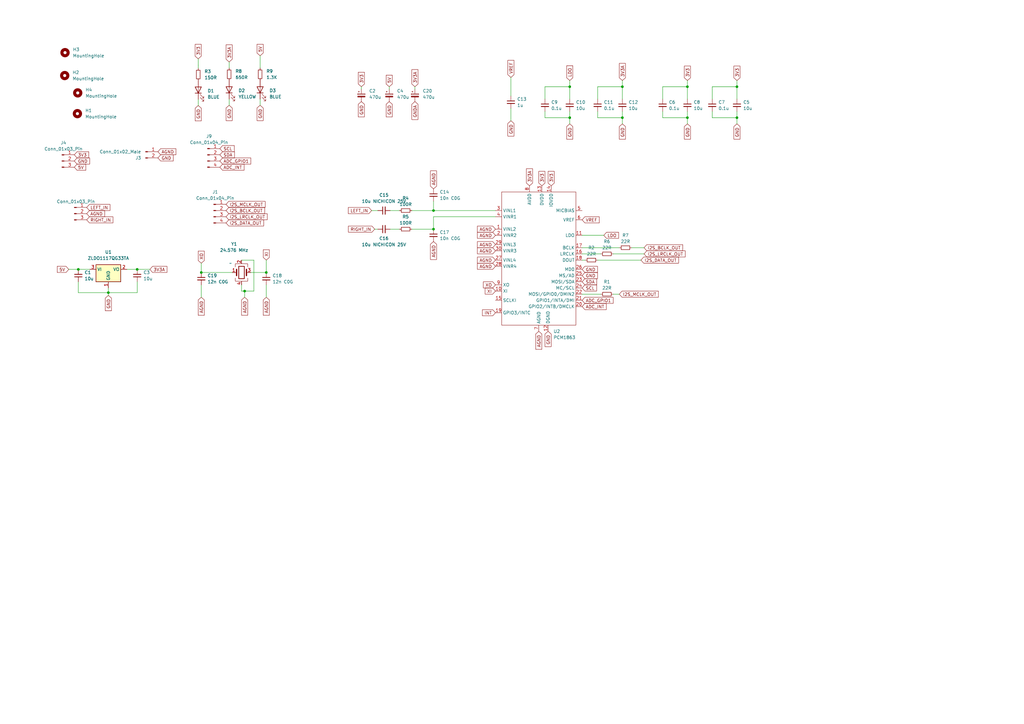
<source format=kicad_sch>
(kicad_sch (version 20231120) (generator "eeschema") (generator_version "8.0")
  (paper "A3")
  (lib_symbols
    (symbol "Connector:Conn_01x02_Male" (pin_names (offset 1.016) hide)
      (property "Reference" "J" (at 0 2.54 0))
      (property "Value" "Conn_01x02_Male" (at 0 -5.08 0))
      (symbol "Conn_01x02_Male_1_1"
        (polyline (pts (xy 1.27 -2.54) (xy 0.8636 -2.54)) (stroke (width 0.1524)))
        (polyline (pts (xy 1.27 0) (xy 0.8636 0)) (stroke (width 0.1524)))
        (rectangle (start 0.8636 -2.413) (end 0 -2.667) (stroke (width 0.1524)) (fill (type outline)))
        (rectangle (start 0.8636 0.127) (end 0 -0.127) (stroke (width 0.1524)) (fill (type outline)))
        (pin passive line (at 5.08 0 180) (length 3.81) (name "Pin_1") (number "1"))
        (pin passive line (at 5.08 -2.54 180) (length 3.81) (name "Pin_2") (number "2"))
      )
    )
    (symbol "Connector:Conn_01x03_Pin" (pin_names (offset 1.016) hide)
      (property "Reference" "J" (at 0 5.08 0))
      (property "Value" "Conn_01x03_Pin" (at 0 -5.08 0))
      (symbol "Conn_01x03_Pin_1_1"
        (polyline (pts (xy 1.27 -2.54) (xy 0.8636 -2.54)) (stroke (width 0.1524)))
        (polyline (pts (xy 1.27 0) (xy 0.8636 0)) (stroke (width 0.1524)))
        (polyline (pts (xy 1.27 2.54) (xy 0.8636 2.54)) (stroke (width 0.1524)))
        (rectangle (start 0.8636 -2.413) (end 0 -2.667) (stroke (width 0.1524)) (fill (type outline)))
        (rectangle (start 0.8636 0.127) (end 0 -0.127) (stroke (width 0.1524)) (fill (type outline)))
        (rectangle (start 0.8636 2.667) (end 0 2.413) (stroke (width 0.1524)) (fill (type outline)))
        (pin passive line (at 5.08 2.54 180) (length 3.81) (name "Pin_1") (number "1"))
        (pin passive line (at 5.08 0 180) (length 3.81) (name "Pin_2") (number "2"))
        (pin passive line (at 5.08 -2.54 180) (length 3.81) (name "Pin_3") (number "3"))
      )
    )
    (symbol "Connector:Conn_01x04_Pin" (pin_names (offset 1.016) hide)
      (property "Reference" "J" (at 0 5.08 0))
      (property "Value" "Conn_01x04_Pin" (at 0 -7.62 0))
      (symbol "Conn_01x04_Pin_1_1"
        (polyline (pts (xy 1.27 -5.08) (xy 0.8636 -5.08)) (stroke (width 0.1524)))
        (polyline (pts (xy 1.27 -2.54) (xy 0.8636 -2.54)) (stroke (width 0.1524)))
        (polyline (pts (xy 1.27 0) (xy 0.8636 0)) (stroke (width 0.1524)))
        (polyline (pts (xy 1.27 2.54) (xy 0.8636 2.54)) (stroke (width 0.1524)))
        (rectangle (start 0.8636 -4.953) (end 0 -5.207) (stroke (width 0.1524)) (fill (type outline)))
        (rectangle (start 0.8636 -2.413) (end 0 -2.667) (stroke (width 0.1524)) (fill (type outline)))
        (rectangle (start 0.8636 0.127) (end 0 -0.127) (stroke (width 0.1524)) (fill (type outline)))
        (rectangle (start 0.8636 2.667) (end 0 2.413) (stroke (width 0.1524)) (fill (type outline)))
        (pin passive line (at 5.08 2.54 180) (length 3.81) (name "Pin_1") (number "1"))
        (pin passive line (at 5.08 0 180) (length 3.81) (name "Pin_2") (number "2"))
        (pin passive line (at 5.08 -2.54 180) (length 3.81) (name "Pin_3") (number "3"))
        (pin passive line (at 5.08 -5.08 180) (length 3.81) (name "Pin_4") (number "4"))
      )
    )
    (symbol "Custom:PCM1863"
      (property "Reference" "U" (at 0 0 0))
      (property "Value" "PCM1863" (at 0.254 2.794 0))
      (symbol "PCM1863_0_1"
        (rectangle (start -17.78 67.31) (end 12.7 12.7))
      )
      (symbol "PCM1863_1_1"
        (pin input line (at -20.32 52.07 0) (length 2.54) (name "VINL2") (number "1"))
        (pin input line (at -20.32 26.67 0) (length 2.54) (name "XI") (number "10"))
        (pin input line (at 15.24 49.53 180) (length 2.54) (name "LDO") (number "11"))
        (pin input line (at 1.27 10.16 90) (length 2.54) (name "DGND") (number "12"))
        (pin input line (at -1.27 69.85 270) (length 2.54) (name "DVDD") (number "13"))
        (pin input line (at 2.54 69.85 270) (length 2.54) (name "IOVDD") (number "14"))
        (pin input line (at -20.32 22.86 0) (length 2.54) (name "SCLKI") (number "15"))
        (pin input line (at 15.24 41.91 180) (length 2.54) (name "LRCLK") (number "16"))
        (pin input line (at 15.24 44.45 180) (length 2.54) (name "BCLK") (number "17"))
        (pin input line (at 15.24 39.37 180) (length 2.54) (name "DOUT") (number "18"))
        (pin input line (at -20.32 17.78 0) (length 2.54) (name "GPIO3/INTC") (number "19"))
        (pin input line (at -20.32 49.53 0) (length 2.54) (name "VINR2") (number "2"))
        (pin input line (at 15.24 20.32 180) (length 2.54) (name "GPIO2/INTB/DMCLK") (number "20"))
        (pin input line (at 15.24 22.86 180) (length 2.54) (name "GPIO1/INTA/DMI") (number "21"))
        (pin input line (at 15.24 25.4 180) (length 2.54) (name "MOSI/GPIO0/DMIN2") (number "22"))
        (pin input line (at 15.24 30.48 180) (length 2.54) (name "MOSI/SDA") (number "23"))
        (pin input line (at 15.24 27.94 180) (length 2.54) (name "MC/SCL") (number "24"))
        (pin input line (at 15.24 33.02 180) (length 2.54) (name "MS/AD") (number "25"))
        (pin input line (at 15.24 35.56 180) (length 2.54) (name "MD0") (number "26"))
        (pin input line (at -20.32 39.37 0) (length 2.54) (name "VINL4") (number "27"))
        (pin input line (at -20.32 36.83 0) (length 2.54) (name "VINR4") (number "28"))
        (pin input line (at -20.32 45.72 0) (length 2.54) (name "VINL3") (number "29"))
        (pin input line (at -20.32 59.69 0) (length 2.54) (name "VINL1") (number "3"))
        (pin input line (at -20.32 43.18 0) (length 2.54) (name "VINR3") (number "30"))
        (pin input line (at -20.32 57.15 0) (length 2.54) (name "VINR1") (number "4"))
        (pin input line (at 15.24 59.69 180) (length 2.54) (name "MICBIAS") (number "5"))
        (pin input line (at 15.24 55.88 180) (length 2.54) (name "VREF") (number "6"))
        (pin input line (at -2.54 10.16 90) (length 2.54) (name "AGND") (number "7"))
        (pin input line (at -6.35 69.85 270) (length 2.54) (name "AVDD") (number "8"))
        (pin input line (at -20.32 29.21 0) (length 2.54) (name "XO") (number "9"))
      )
    )
    (symbol "Custom:PCM1865"
      (property "Reference" "U" (at 0 0 0))
    )
    (symbol "Device:C_Polarized_Small" (pin_numbers hide) (pin_names (offset 0.254) hide)
      (property "Reference" "C" (at 0.254 1.778 0))
      (property "Value" "C_Polarized_Small" (at 0.254 -2.032 0))
      (symbol "C_Polarized_Small_0_1"
        (rectangle (start -1.524 -0.3048) (end 1.524 -0.6858) (fill (type outline)))
        (rectangle (start -1.524 0.6858) (end 1.524 0.3048))
        (polyline (pts (xy -1.27 1.524) (xy -0.762 1.524)))
        (polyline (pts (xy -1.016 1.27) (xy -1.016 1.778)))
      )
      (symbol "C_Polarized_Small_1_1"
        (pin passive line (at 0 2.54 270) (length 1.8542) (name "~") (number "1"))
        (pin passive line (at 0 -2.54 90) (length 1.8542) (name "~") (number "2"))
      )
    )
    (symbol "Device:C_Small" (pin_numbers hide) (pin_names (offset 0.254) hide)
      (property "Reference" "C" (at 0.254 1.778 0))
      (property "Value" "C_Small" (at 0.254 -2.032 0))
      (symbol "C_Small_0_1"
        (polyline (pts (xy -1.524 -0.508) (xy 1.524 -0.508)) (stroke (width 0.3302)))
        (polyline (pts (xy -1.524 0.508) (xy 1.524 0.508)) (stroke (width 0.3048)))
      )
      (symbol "C_Small_1_1"
        (pin passive line (at 0 2.54 270) (length 2.032) (name "~") (number "1"))
        (pin passive line (at 0 -2.54 90) (length 2.032) (name "~") (number "2"))
      )
    )
    (symbol "Device:Crystal_GND24" (pin_names (offset 1.016) hide)
      (property "Reference" "Y" (at 3.175 5.08 0))
      (property "Value" "Crystal_GND24" (at 3.175 3.175 0))
      (symbol "Crystal_GND24_0_1"
        (rectangle (start -1.143 2.54) (end 1.143 -2.54) (stroke (width 0.3048)))
        (polyline (pts (xy -2.54 0) (xy -2.032 0)))
        (polyline (pts (xy -2.032 -1.27) (xy -2.032 1.27)) (stroke (width 0.508)))
        (polyline (pts (xy 0 -3.81) (xy 0 -3.556)))
        (polyline (pts (xy 0 3.556) (xy 0 3.81)))
        (polyline (pts (xy 2.032 -1.27) (xy 2.032 1.27)) (stroke (width 0.508)))
        (polyline (pts (xy 2.032 0) (xy 2.54 0)))
        (polyline (pts (xy -2.54 -2.286) (xy -2.54 -3.556) (xy 2.54 -3.556) (xy 2.54 -2.286)))
        (polyline (pts (xy -2.54 2.286) (xy -2.54 3.556) (xy 2.54 3.556) (xy 2.54 2.286)))
      )
      (symbol "Crystal_GND24_1_1"
        (pin passive line (at -3.81 0 0) (length 1.27) (name "1") (number "1"))
        (pin passive line (at 0 5.08 270) (length 1.27) (name "2") (number "2"))
        (pin passive line (at 3.81 0 180) (length 1.27) (name "3") (number "3"))
        (pin passive line (at 0 -5.08 90) (length 1.27) (name "4") (number "4"))
      )
    )
    (symbol "Device:LED" (pin_numbers hide) (pin_names (offset 1.016) hide)
      (property "Reference" "D" (at 0 2.54 0))
      (property "Value" "LED" (at 0 -2.54 0))
      (symbol "LED_0_1"
        (polyline (pts (xy -1.27 -1.27) (xy -1.27 1.27)) (stroke (width 0.254)))
        (polyline (pts (xy -1.27 0) (xy 1.27 0)))
        (polyline (pts (xy 1.27 -1.27) (xy 1.27 1.27) (xy -1.27 0) (xy 1.27 -1.27)) (stroke (width 0.254)))
        (polyline (pts (xy -3.048 -0.762) (xy -4.572 -2.286) (xy -3.81 -2.286) (xy -4.572 -2.286) (xy -4.572 -1.524)))
        (polyline (pts (xy -1.778 -0.762) (xy -3.302 -2.286) (xy -2.54 -2.286) (xy -3.302 -2.286) (xy -3.302 -1.524)))
      )
      (symbol "LED_1_1"
        (pin passive line (at -3.81 0 0) (length 2.54) (name "K") (number "1"))
        (pin passive line (at 3.81 0 180) (length 2.54) (name "A") (number "2"))
      )
    )
    (symbol "Device:R_Small" (pin_numbers hide) (pin_names (offset 0.254) hide)
      (property "Reference" "R" (at 0.762 0.508 0))
      (property "Value" "R_Small" (at 0.762 -1.016 0))
      (symbol "R_Small_0_1"
        (rectangle (start -0.762 1.778) (end 0.762 -1.778) (stroke (width 0.2032)))
      )
      (symbol "R_Small_1_1"
        (pin passive line (at 0 2.54 270) (length 0.762) (name "~") (number "1"))
        (pin passive line (at 0 -2.54 90) (length 0.762) (name "~") (number "2"))
      )
    )
    (symbol "Mechanical:MountingHole" (pin_names (offset 1.016))
      (property "Reference" "H" (at 0 5.08 0))
      (property "Value" "MountingHole" (at 0 3.175 0))
      (symbol "MountingHole_0_1"
        (circle (center 0 0) (radius 1.27) (stroke (width 1.27)))
      )
    )
    (symbol "Regulator_Linear:AMS1117-3.3"
      (property "Reference" "U" (at -3.81 3.175 0))
      (property "Value" "AMS1117-3.3" (at 0 3.175 0))
      (symbol "AMS1117-3.3_0_1"
        (rectangle (start -5.08 -5.08) (end 5.08 1.905) (stroke (width 0.254)) (fill (type background)))
      )
      (symbol "AMS1117-3.3_1_1"
        (pin power_in line (at 0 -7.62 90) (length 2.54) (name "GND") (number "1"))
        (pin power_out line (at 7.62 0 180) (length 2.54) (name "VO") (number "2"))
        (pin power_in line (at -7.62 0 0) (length 2.54) (name "VI") (number "3"))
      )
    )
  )
  (junction (at 302.26 48.26))
  (junction (at 56.261 110.49))
  (junction (at 255.27 48.26))
  (junction (at 281.94 35.56))
  (junction (at 255.27 35.56))
  (junction (at 44.45 120.015))
  (junction (at 100.33 119.38))
  (junction (at 177.8 93.98))
  (junction (at 32.131 110.49))
  (junction (at 233.68 35.56))
  (junction (at 109.22 111.76))
  (junction (at 281.94 48.26))
  (junction (at 302.26 35.56))
  (junction (at 177.8 86.36))
  (junction (at 233.68 48.26))
  (junction (at 82.55 111.76))
  (wire (pts (xy 152.4 86.36) (xy 154.94 86.36)))
  (wire (pts (xy 302.26 40.64) (xy 302.26 35.56)))
  (wire (pts (xy 271.78 48.26) (xy 281.94 48.26)))
  (wire (pts (xy 271.78 35.56) (xy 271.78 40.64)))
  (wire (pts (xy 153.67 93.98) (xy 154.94 93.98)))
  (wire (pts (xy 99.06 106.68) (xy 104.14 106.68)))
  (wire (pts (xy 82.55 121.92) (xy 82.55 116.84)))
  (wire (pts (xy 56.261 115.57) (xy 56.261 120.015)))
  (wire (pts (xy 233.68 35.56) (xy 223.52 35.56)))
  (wire (pts (xy 281.94 35.56) (xy 271.78 35.56)))
  (wire (pts (xy 81.3088 43.2766) (xy 81.3088 40.7366)))
  (wire (pts (xy 223.52 45.72) (xy 223.52 48.26)))
  (wire (pts (xy 255.27 50.8) (xy 255.27 48.26)))
  (wire (pts (xy 44.45 120.015) (xy 44.45 118.11)))
  (wire (pts (xy 209.55 44.45) (xy 209.55 49.53)))
  (wire (pts (xy 56.261 110.49) (xy 61.468 110.49)))
  (wire (pts (xy 247.65 96.52) (xy 238.76 96.52)))
  (wire (pts (xy 56.261 120.015) (xy 44.45 120.015)))
  (wire (pts (xy 177.8 86.36) (xy 203.2 86.36)))
  (wire (pts (xy 109.22 106.68) (xy 109.22 111.76)))
  (wire (pts (xy 238.76 101.6) (xy 254 101.6)))
  (wire (pts (xy 292.1 48.26) (xy 302.26 48.26)))
  (wire (pts (xy 81.28 24.13) (xy 81.28 26.7666)))
  (wire (pts (xy 255.27 40.64) (xy 255.27 35.56)))
  (wire (pts (xy 292.1 35.56) (xy 292.1 40.64)))
  (wire (pts (xy 302.26 35.56) (xy 302.26 33.02)))
  (wire (pts (xy 281.94 50.8) (xy 281.94 48.26)))
  (wire (pts (xy 281.94 48.26) (xy 281.94 45.72)))
  (wire (pts (xy 106.68 22.86) (xy 106.68 27.94)))
  (wire (pts (xy 251.46 104.14) (xy 264.16 104.14)))
  (wire (pts (xy 44.45 121.158) (xy 44.45 120.015)))
  (wire (pts (xy 255.27 35.56) (xy 245.11 35.56)))
  (wire (pts (xy 209.55 31.75) (xy 209.55 39.37)))
  (wire (pts (xy 292.1 45.72) (xy 292.1 48.26)))
  (wire (pts (xy 302.26 35.56) (xy 292.1 35.56)))
  (wire (pts (xy 100.33 119.38) (xy 99.06 119.38)))
  (wire (pts (xy 238.76 104.14) (xy 246.38 104.14)))
  (wire (pts (xy 170.18 35.56) (xy 170.18 36.576)))
  (wire (pts (xy 93.98 43.18) (xy 93.98 40.64)))
  (wire (pts (xy 32.131 120.015) (xy 44.45 120.015)))
  (wire (pts (xy 148.209 35.56) (xy 148.209 36.576)))
  (wire (pts (xy 160.02 93.98) (xy 163.83 93.98)))
  (wire (pts (xy 223.52 35.56) (xy 223.52 40.64)))
  (wire (pts (xy 168.91 93.98) (xy 177.8 93.98)))
  (wire (pts (xy 160.02 86.36) (xy 163.83 86.36)))
  (wire (pts (xy 233.68 40.64) (xy 233.68 35.56)))
  (wire (pts (xy 271.78 45.72) (xy 271.78 48.26)))
  (wire (pts (xy 233.68 50.8) (xy 233.68 48.26)))
  (wire (pts (xy 245.11 35.56) (xy 245.11 40.64)))
  (wire (pts (xy 281.94 40.64) (xy 281.94 35.56)))
  (wire (pts (xy 82.55 107.95) (xy 82.55 111.76)))
  (wire (pts (xy 251.46 120.65) (xy 254 120.65)))
  (wire (pts (xy 82.55 111.76) (xy 95.25 111.76)))
  (wire (pts (xy 233.68 48.26) (xy 233.68 45.72)))
  (wire (pts (xy 99.06 116.84) (xy 99.06 119.38)))
  (wire (pts (xy 32.131 115.57) (xy 32.131 120.015)))
  (wire (pts (xy 259.08 101.6) (xy 264.16 101.6)))
  (wire (pts (xy 102.87 111.76) (xy 109.22 111.76)))
  (wire (pts (xy 32.131 110.49) (xy 36.83 110.49)))
  (wire (pts (xy 262.89 106.68) (xy 245.11 106.68)))
  (wire (pts (xy 104.14 106.68) (xy 104.14 119.38)))
  (wire (pts (xy 93.98 25.4) (xy 93.98 27.94)))
  (wire (pts (xy 255.27 48.26) (xy 255.27 45.72)))
  (wire (pts (xy 302.26 48.26) (xy 302.26 45.72)))
  (wire (pts (xy 159.639 35.56) (xy 159.639 36.576)))
  (wire (pts (xy 109.22 121.92) (xy 109.22 116.84)))
  (wire (pts (xy 223.52 48.26) (xy 233.68 48.26)))
  (wire (pts (xy 203.2 88.9) (xy 177.8 88.9)))
  (wire (pts (xy 177.8 88.9) (xy 177.8 93.98)))
  (wire (pts (xy 56.261 110.49) (xy 52.07 110.49)))
  (wire (pts (xy 240.03 106.68) (xy 238.76 106.68)))
  (wire (pts (xy 302.26 50.8) (xy 302.26 48.26)))
  (wire (pts (xy 100.33 119.38) (xy 100.33 121.92)))
  (wire (pts (xy 245.11 45.72) (xy 245.11 48.26)))
  (wire (pts (xy 28.194 110.49) (xy 32.131 110.49)))
  (wire (pts (xy 255.27 35.56) (xy 255.27 33.02)))
  (wire (pts (xy 233.68 35.56) (xy 233.68 33.02)))
  (wire (pts (xy 106.68 43.18) (xy 106.68 40.64)))
  (wire (pts (xy 281.94 35.56) (xy 281.94 33.02)))
  (wire (pts (xy 245.11 48.26) (xy 255.27 48.26)))
  (wire (pts (xy 177.8 82.55) (xy 177.8 86.36)))
  (wire (pts (xy 81.3088 26.7666) (xy 81.3088 28.0366)))
  (wire (pts (xy 104.14 119.38) (xy 100.33 119.38)))
  (wire (pts (xy 81.28 26.7666) (xy 81.3088 26.7666)))
  (wire (pts (xy 168.91 86.36) (xy 177.8 86.36)))
  (wire (pts (xy 238.76 120.65) (xy 246.38 120.65)))
  (global_label "3V3A" (shape input) (at 255.27 33.02 90) (property "Intersheetrefs" "${INTERSHEET_REFS}" (effects (hide yes))))
  (global_label "VREF" (shape input) (at 209.55 31.75 90) (property "Intersheetrefs" "${INTERSHEET_REFS}" (effects (hide yes))))
  (global_label "LEFT_IN" (shape input) (at 35.56 85.09 0) (property "Intersheetrefs" "${INTERSHEET_REFS}" (effects (hide yes))))
  (global_label "SDA" (shape input) (at 238.76 115.57 0) (property "Intersheetrefs" "${INTERSHEET_REFS}" (effects (hide yes))))
  (global_label "RIGHT_IN" (shape input) (at 35.56 90.17 0) (property "Intersheetrefs" "${INTERSHEET_REFS}" (effects (hide yes))))
  (global_label "3V3" (shape input) (at 30.48 63.5 0) (property "Intersheetrefs" "${INTERSHEET_REFS}" (effects (hide yes))))
  (global_label "3V3" (shape input) (at 281.94 33.02 90) (property "Intersheetrefs" "${INTERSHEET_REFS}" (effects (hide yes))))
  (global_label "GND" (shape input) (at 81.3088 43.2766 270) (property "Intersheetrefs" "${INTERSHEET_REFS}" (effects (hide yes))))
  (global_label "AGND" (shape input) (at 177.8 99.06 270) (property "Intersheetrefs" "${INTERSHEET_REFS}" (effects (hide yes))))
  (global_label "SCL" (shape input) (at 238.76 118.11 0) (property "Intersheetrefs" "${INTERSHEET_REFS}" (effects (hide yes))))
  (global_label "XI" (shape input) (at 203.2 119.38 180) (property "Intersheetrefs" "${INTERSHEET_REFS}" (effects (hide yes))))
  (global_label "3V3A" (shape input) (at 93.98 25.4 90) (property "Intersheetrefs" "${INTERSHEET_REFS}" (effects (hide yes))))
  (global_label "AGND" (shape input) (at 203.2 109.22 180) (property "Intersheetrefs" "${INTERSHEET_REFS}" (effects (hide yes))))
  (global_label "GND" (shape input) (at 281.94 50.8 270) (property "Intersheetrefs" "${INTERSHEET_REFS}" (effects (hide yes))))
  (global_label "A0" (shape input) (at 218.44 -137.16 180) (property "Intersheetrefs" "${INTERSHEET_REFS}" (effects (hide yes))))
  (global_label "AGND" (shape input) (at 177.8 77.47 90) (property "Intersheetrefs" "${INTERSHEET_REFS}" (effects (hide yes))))
  (global_label "I2S_BCLK_OUT" (shape input) (at 92.71 86.36 0) (property "Intersheetrefs" "${INTERSHEET_REFS}" (effects (hide yes))))
  (global_label "GND" (shape input) (at 233.68 50.8 270) (property "Intersheetrefs" "${INTERSHEET_REFS}" (effects (hide yes))))
  (global_label "GND" (shape input) (at 255.27 50.8 270) (property "Intersheetrefs" "${INTERSHEET_REFS}" (effects (hide yes))))
  (global_label "I2S_MCLK_OUT" (shape input) (at 254 120.65 0) (property "Intersheetrefs" "${INTERSHEET_REFS}" (effects (hide yes))))
  (global_label "I2S_DATA_OUT" (shape input) (at 262.89 106.68 0) (property "Intersheetrefs" "${INTERSHEET_REFS}" (effects (hide yes))))
  (global_label "AGND" (shape input) (at 203.2 93.98 180) (property "Intersheetrefs" "${INTERSHEET_REFS}" (effects (hide yes))))
  (global_label "INT" (shape input) (at 203.2 128.27 180) (property "Intersheetrefs" "${INTERSHEET_REFS}" (effects (hide yes))))
  (global_label "SDA" (shape input) (at 90.17 63.5 0) (property "Intersheetrefs" "${INTERSHEET_REFS}" (effects (hide yes))))
  (global_label "AGND" (shape input) (at 64.77 62.23 0) (property "Intersheetrefs" "${INTERSHEET_REFS}" (effects (hide yes))))
  (global_label "GND" (shape input) (at 302.26 50.8 270) (property "Intersheetrefs" "${INTERSHEET_REFS}" (effects (hide yes))))
  (global_label "AGND" (shape input) (at 109.22 121.92 270) (property "Intersheetrefs" "${INTERSHEET_REFS}" (effects (hide yes))))
  (global_label "5V" (shape input) (at 159.639 35.56 90) (property "Intersheetrefs" "${INTERSHEET_REFS}" (effects (hide yes))))
  (global_label "XI" (shape input) (at 109.22 106.68 90) (property "Intersheetrefs" "${INTERSHEET_REFS}" (effects (hide yes))))
  (global_label "AGND" (shape input) (at 203.2 106.68 180) (property "Intersheetrefs" "${INTERSHEET_REFS}" (effects (hide yes))))
  (global_label "GND" (shape input) (at 238.76 113.03 0) (property "Intersheetrefs" "${INTERSHEET_REFS}" (effects (hide yes))))
  (global_label "3V3" (shape input) (at 148.209 35.56 90) (property "Intersheetrefs" "${INTERSHEET_REFS}" (effects (hide yes))))
  (global_label "AGND" (shape input) (at 220.98 135.89 270) (property "Intersheetrefs" "${INTERSHEET_REFS}" (effects (hide yes))))
  (global_label "3V3" (shape input) (at 226.06 76.2 90) (property "Intersheetrefs" "${INTERSHEET_REFS}" (effects (hide yes))))
  (global_label "RIGHT_IN" (shape input) (at 153.67 93.98 180) (property "Intersheetrefs" "${INTERSHEET_REFS}" (effects (hide yes))))
  (global_label "3V3A" (shape input) (at 61.468 110.49 0) (property "Intersheetrefs" "${INTERSHEET_REFS}" (effects (hide yes))))
  (global_label "3V3" (shape input) (at 222.25 76.2 90) (property "Intersheetrefs" "${INTERSHEET_REFS}" (effects (hide yes))))
  (global_label "3V3" (shape input) (at 81.28 24.13 90) (property "Intersheetrefs" "${INTERSHEET_REFS}" (effects (hide yes))))
  (global_label "GND" (shape input) (at 209.55 49.53 270) (property "Intersheetrefs" "${INTERSHEET_REFS}" (effects (hide yes))))
  (global_label "5V" (shape input) (at 30.48 68.58 0) (property "Intersheetrefs" "${INTERSHEET_REFS}" (effects (hide yes))))
  (global_label "ADC_INT" (shape input) (at 90.17 68.58 0) (property "Intersheetrefs" "${INTERSHEET_REFS}" (effects (hide yes))))
  (global_label "I2S_DATA_OUT" (shape input) (at 92.71 91.44 0) (property "Intersheetrefs" "${INTERSHEET_REFS}" (effects (hide yes))))
  (global_label "I2S_LRCLK_OUT" (shape input) (at 264.16 104.14 0) (property "Intersheetrefs" "${INTERSHEET_REFS}" (effects (hide yes))))
  (global_label "LDO" (shape input) (at 247.65 96.52 0) (property "Intersheetrefs" "${INTERSHEET_REFS}" (effects (hide yes))))
  (global_label "GND" (shape input) (at 106.68 43.18 270) (property "Intersheetrefs" "${INTERSHEET_REFS}" (effects (hide yes))))
  (global_label "SCL" (shape input) (at 90.17 60.96 0) (property "Intersheetrefs" "${INTERSHEET_REFS}" (effects (hide yes))))
  (global_label "AGND" (shape input) (at 100.33 121.92 270) (property "Intersheetrefs" "${INTERSHEET_REFS}" (effects (hide yes))))
  (global_label "I2S_MCLK_OUT" (shape input) (at 92.71 83.82 0) (property "Intersheetrefs" "${INTERSHEET_REFS}" (effects (hide yes))))
  (global_label "LEFT_IN" (shape input) (at 152.4 86.36 180) (property "Intersheetrefs" "${INTERSHEET_REFS}" (effects (hide yes))))
  (global_label "XO" (shape input) (at 203.2 116.84 180) (property "Intersheetrefs" "${INTERSHEET_REFS}" (effects (hide yes))))
  (global_label "GND" (shape input) (at 159.639 41.656 270) (property "Intersheetrefs" "${INTERSHEET_REFS}" (effects (hide yes))))
  (global_label "GND" (shape input) (at 148.209 41.656 270) (property "Intersheetrefs" "${INTERSHEET_REFS}" (effects (hide yes))))
  (global_label "AGND" (shape input) (at 82.55 121.92 270) (property "Intersheetrefs" "${INTERSHEET_REFS}" (effects (hide yes))))
  (global_label "3V3A" (shape input) (at 170.18 35.56 90) (property "Intersheetrefs" "${INTERSHEET_REFS}" (effects (hide yes))))
  (global_label "GND" (shape input) (at 30.48 66.04 0) (property "Intersheetrefs" "${INTERSHEET_REFS}" (effects (hide yes))))
  (global_label "AGND" (shape input) (at 203.2 100.33 180) (property "Intersheetrefs" "${INTERSHEET_REFS}" (effects (hide yes))))
  (global_label "XO" (shape input) (at 82.55 107.95 90) (property "Intersheetrefs" "${INTERSHEET_REFS}" (effects (hide yes))))
  (global_label "GND" (shape input) (at 44.45 121.158 270) (property "Intersheetrefs" "${INTERSHEET_REFS}" (effects (hide yes))))
  (global_label "ADC_GPIO1" (shape input) (at 90.17 66.04 0) (property "Intersheetrefs" "${INTERSHEET_REFS}" (effects (hide yes))))
  (global_label "I2S_LRCLK_OUT" (shape input) (at 92.71 88.9 0) (property "Intersheetrefs" "${INTERSHEET_REFS}" (effects (hide yes))))
  (global_label "5V" (shape input) (at 106.68 22.86 90) (property "Intersheetrefs" "${INTERSHEET_REFS}" (effects (hide yes))))
  (global_label "GND" (shape input) (at 93.98 43.18 270) (property "Intersheetrefs" "${INTERSHEET_REFS}" (effects (hide yes))))
  (global_label "3V3" (shape input) (at 302.26 33.02 90) (property "Intersheetrefs" "${INTERSHEET_REFS}" (effects (hide yes))))
  (global_label "ADC_GPIO1" (shape input) (at 238.76 123.19 0) (property "Intersheetrefs" "${INTERSHEET_REFS}" (effects (hide yes))))
  (global_label "GND" (shape input) (at 238.76 110.49 0) (property "Intersheetrefs" "${INTERSHEET_REFS}" (effects (hide yes))))
  (global_label "5V" (shape input) (at 28.194 110.49 180) (property "Intersheetrefs" "${INTERSHEET_REFS}" (effects (hide yes))))
  (global_label "GNDA" (shape input) (at 170.18 41.656 270) (property "Intersheetrefs" "${INTERSHEET_REFS}" (effects (hide yes))))
  (global_label "VREF" (shape input) (at 238.76 90.17 0) (property "Intersheetrefs" "${INTERSHEET_REFS}" (effects (hide yes))))
  (global_label "GND" (shape input) (at 224.79 135.89 270) (property "Intersheetrefs" "${INTERSHEET_REFS}" (effects (hide yes))))
  (global_label "3V3A" (shape input) (at 217.17 76.2 90) (property "Intersheetrefs" "${INTERSHEET_REFS}" (effects (hide yes))))
  (global_label "I2S_BCLK_OUT" (shape input) (at 264.16 101.6 0) (property "Intersheetrefs" "${INTERSHEET_REFS}" (effects (hide yes))))
  (global_label "AGND" (shape input) (at 203.2 102.87 180) (property "Intersheetrefs" "${INTERSHEET_REFS}" (effects (hide yes))))
  (global_label "AGND" (shape input) (at 203.2 96.52 180) (property "Intersheetrefs" "${INTERSHEET_REFS}" (effects (hide yes))))
  (global_label "GND" (shape input) (at 64.77 64.77 0) (property "Intersheetrefs" "${INTERSHEET_REFS}" (effects (hide yes))))
  (global_label "AGND" (shape input) (at 35.56 87.63 0) (property "Intersheetrefs" "${INTERSHEET_REFS}" (effects (hide yes))))
  (global_label "ADC_INT" (shape input) (at 238.76 125.73 0) (property "Intersheetrefs" "${INTERSHEET_REFS}" (effects (hide yes))))
  (global_label "LDO" (shape input) (at 233.68 33.02 90) (property "Intersheetrefs" "${INTERSHEET_REFS}" (effects (hide yes))))
  (symbol (lib_id "Device:C_Small") (at 255.27 43.18 0) (unit 1)
    (property "Reference" "C12" (at 257.81 41.9162 0) (effects (justify left)))
    (property "Value" "10u" (at 257.81 44.4562 0) (effects (justify left)))
    (property "Footprint" "Capacitor_SMD:C_1206_3216Metric_Pad1.33x1.80mm_HandSolder" (effects (hide yes)))
    (property "Description" "Unpolarized capacitor, small symbol" (effects (hide yes)))
  )
  (symbol (lib_id "Device:Crystal_GND24") (at 99.06 111.76 0) (unit 1)
    (property "Reference" "Y1" (at 96.012 100.076 0))
    (property "Value" "24.576 MHz" (at 96.012 102.616 0))
    (property "Footprint" "Crystal:Crystal_SMD_3225-4Pin_3.2x2.5mm" (effects (hide yes)))
    (property "Description" "Four pin crystal, GND on pins 2 and 4" (effects (hide yes)))
  )
  (symbol (lib_id "Device:R_Small") (at 256.54 101.6 90) (unit 1)
    (property "Reference" "R7" (at 256.54 96.52 90))
    (property "Value" "22R" (at 256.54 99.06 90))
    (property "Footprint" "Resistor_SMD:R_0805_2012Metric_Pad1.20x1.40mm_HandSolder" (effects (hide yes)))
    (property "Description" "Resistor, small symbol" (effects (hide yes)))
    (property "Mouser" "603-RT0805FRE0722RL" (effects (hide yes)))
  )
  (symbol (lib_id "Device:C_Small") (at 177.8 80.01 0) (unit 1)
    (property "Reference" "C14" (at 180.34 78.7462 0) (effects (justify left)))
    (property "Value" "10n C0G" (at 180.34 81.2862 0) (effects (justify left)))
    (property "Footprint" "Capacitor_SMD:C_0805_2012Metric_Pad1.18x1.45mm_HandSolder" (effects (hide yes)))
    (property "Description" "Unpolarized capacitor, small symbol" (effects (hide yes)))
    (property "Mouser" "791-0805N103G250CT" (effects (hide yes)))
  )
  (symbol (lib_id "Device:R_Small") (at 248.92 104.14 90) (unit 1)
    (property "Reference" "R6" (at 248.92 99.06 90))
    (property "Value" "22R" (at 248.92 101.6 90))
    (property "Footprint" "Resistor_SMD:R_0805_2012Metric_Pad1.20x1.40mm_HandSolder" (effects (hide yes)))
    (property "Description" "Resistor, small symbol" (effects (hide yes)))
    (property "Mouser" "603-RT0805FRE0722RL" (effects (hide yes)))
  )
  (symbol (lib_id "Connector:Conn_01x02_Male") (at 59.69 62.23 0) (unit 1)
    (property "Reference" "J3" (at 57.912 64.7701 0) (effects (justify right)))
    (property "Value" "Conn_01x02_Male" (at 57.912 62.2301 0) (effects (justify right)))
    (property "Footprint" "Connector_PinHeader_2.54mm:PinHeader_1x02_P2.54mm_Vertical" (effects (hide yes)))
  )
  (symbol (lib_id "Custom:PCM1865") (at 92.71 106.68 0) (unit 1)
    (property "Reference" "U3" (effects (hide yes)))
    (property "Value" "~" (at 93.98 107.95 0) (effects (justify left)))
  )
  (symbol (lib_id "Device:C_Polarized_Small") (at 159.639 39.116 0) (unit 1)
    (property "Reference" "C4" (at 162.814 37.2999 0) (effects (justify left)))
    (property "Value" "470u" (at 162.814 39.8399 0) (effects (justify left)))
    (property "Footprint" "Capacitor_THT:CP_Radial_D6.3mm_P2.50mm" (effects (hide yes)))
  )
  (symbol (lib_id "Device:R_Small") (at 93.98 30.48 180) (unit 1)
    (property "Reference" "R8" (at 96.52 29.2099 0) (effects (justify right)))
    (property "Value" "650R" (at 96.52 31.7499 0) (effects (justify right)))
    (property "Footprint" "Resistor_SMD:R_0603_1608Metric_Pad0.98x0.95mm_HandSolder" (effects (hide yes)))
    (property "Description" "Resistor, small symbol" (effects (hide yes)))
  )
  (symbol (lib_id "Device:R_Small") (at 166.37 93.98 90) (unit 1)
    (property "Reference" "R5" (at 166.37 88.9 90))
    (property "Value" "100R" (at 166.37 91.44 90))
    (property "Footprint" "Resistor_SMD:R_0805_2012Metric_Pad1.20x1.40mm_HandSolder" (effects (hide yes)))
    (property "Description" "Resistor, small symbol" (effects (hide yes)))
    (property "Mouser" "603-RT0805FRE13100RL" (effects (hide yes)))
  )
  (symbol (lib_id "Device:C_Small") (at 32.131 113.03 180) (unit 1)
    (property "Reference" "C1" (at 34.671 111.7536 0) (effects (justify right)))
    (property "Value" "10u" (at 34.671 114.2936 0) (effects (justify right)))
    (property "Footprint" "Capacitor_SMD:C_1206_3216Metric_Pad1.33x1.80mm_HandSolder" (effects (hide yes)))
  )
  (symbol (lib_id "Device:C_Small") (at 177.8 96.52 0) (unit 1)
    (property "Reference" "C17" (at 180.34 95.2562 0) (effects (justify left)))
    (property "Value" "10n C0G" (at 180.34 97.7962 0) (effects (justify left)))
    (property "Footprint" "Capacitor_SMD:C_0805_2012Metric_Pad1.18x1.45mm_HandSolder" (effects (hide yes)))
    (property "Description" "Unpolarized capacitor, small symbol" (effects (hide yes)))
    (property "Mouser" "791-0805N103G250CT" (effects (hide yes)))
  )
  (symbol (lib_id "Device:C_Small") (at 82.55 114.3 0) (unit 1)
    (property "Reference" "C19" (at 85.09 113.0362 0) (effects (justify left)))
    (property "Value" "12n C0G" (at 85.09 115.5762 0) (effects (justify left)))
    (property "Footprint" "Capacitor_SMD:C_0805_2012Metric_Pad1.18x1.45mm_HandSolder" (effects (hide yes)))
    (property "Description" "Unpolarized capacitor, small symbol" (effects (hide yes)))
    (property "Mouser" "791-0805N103G250CT" (effects (hide yes)))
  )
  (symbol (lib_id "Device:LED") (at 93.98 36.83 90) (unit 1)
    (property "Reference" "D2" (at 97.79 37.1474 90) (effects (justify right)))
    (property "Value" "YELLOW" (at 97.79 39.6874 90) (effects (justify right)))
    (property "Footprint" "LED_SMD:LED_0603_1608Metric" (effects (hide yes)))
    (property "Description" "Light emitting diode" (effects (hide yes)))
  )
  (symbol (lib_id "Mechanical:MountingHole") (at 31.877 38.1 0) (unit 1)
    (property "Reference" "H4" (at 35.052 36.8299 0) (effects (justify left)))
    (property "Value" "MountingHole" (at 35.052 39.3699 0) (effects (justify left)))
    (property "Footprint" "MountingHole:MountingHole_3.2mm_M3_DIN965_Pad_TopOnly" (effects (hide yes)))
  )
  (symbol (lib_id "Connector:Conn_01x04_Pin") (at 87.63 86.36 0) (unit 1)
    (property "Reference" "J1" (at 88.265 78.74 0))
    (property "Value" "Conn_01x04_Pin" (at 88.265 81.28 0))
    (property "Footprint" "Connector_JST:JST_PH_B4B-PH-K_1x04_P2.00mm_Vertical" (effects (hide yes)))
    (property "Description" "Generic connector, single row, 01x04, script generated" (effects (hide yes)))
  )
  (symbol (lib_id "Device:C_Small") (at 281.94 43.18 0) (unit 1)
    (property "Reference" "C8" (at 284.48 41.9162 0) (effects (justify left)))
    (property "Value" "10u" (at 284.48 44.4562 0) (effects (justify left)))
    (property "Footprint" "Capacitor_SMD:C_1206_3216Metric_Pad1.33x1.80mm_HandSolder" (effects (hide yes)))
    (property "Description" "Unpolarized capacitor, small symbol" (effects (hide yes)))
  )
  (symbol (lib_id "Device:LED") (at 81.3088 36.9266 90) (unit 1)
    (property "Reference" "D1" (at 85.1188 37.244 90) (effects (justify right)))
    (property "Value" "BLUE" (at 85.1188 39.784 90) (effects (justify right)))
    (property "Footprint" "LED_SMD:LED_0603_1608Metric" (effects (hide yes)))
    (property "Description" "Light emitting diode" (effects (hide yes)))
  )
  (symbol (lib_id "Device:C_Small") (at 292.1 43.18 0) (unit 1)
    (property "Reference" "C7" (at 294.64 41.9162 0) (effects (justify left)))
    (property "Value" "0.1u" (at 294.64 44.4562 0) (effects (justify left)))
    (property "Footprint" "Capacitor_SMD:C_0805_2012Metric_Pad1.18x1.45mm_HandSolder" (effects (hide yes)))
    (property "Description" "Unpolarized capacitor, small symbol" (effects (hide yes)))
  )
  (symbol (lib_id "Device:LED") (at 106.68 36.83 90) (unit 1)
    (property "Reference" "D3" (at 110.49 37.1474 90) (effects (justify right)))
    (property "Value" "BLUE" (at 110.49 39.6874 90) (effects (justify right)))
    (property "Footprint" "LED_SMD:LED_0603_1608Metric" (effects (hide yes)))
    (property "Description" "Light emitting diode" (effects (hide yes)))
  )
  (symbol (lib_id "Mechanical:MountingHole") (at 26.67 21.59 0) (unit 1)
    (property "Reference" "H3" (at 29.845 20.3199 0) (effects (justify left)))
    (property "Value" "MountingHole" (at 29.845 22.8599 0) (effects (justify left)))
    (property "Footprint" "MountingHole:MountingHole_3.2mm_M3_DIN965_Pad_TopOnly" (effects (hide yes)))
  )
  (symbol (lib_id "Device:R_Small") (at 106.68 30.48 180) (unit 1)
    (property "Reference" "R9" (at 109.22 29.2099 0) (effects (justify right)))
    (property "Value" "1.3K" (at 109.22 31.7499 0) (effects (justify right)))
    (property "Footprint" "Resistor_SMD:R_0603_1608Metric_Pad0.98x0.95mm_HandSolder" (effects (hide yes)))
    (property "Description" "Resistor, small symbol" (effects (hide yes)))
  )
  (symbol (lib_id "Device:C_Small") (at 302.26 43.18 0) (unit 1)
    (property "Reference" "C5" (at 304.8 41.9162 0) (effects (justify left)))
    (property "Value" "10u" (at 304.8 44.4562 0) (effects (justify left)))
    (property "Footprint" "Capacitor_SMD:C_1206_3216Metric_Pad1.33x1.80mm_HandSolder" (effects (hide yes)))
    (property "Description" "Unpolarized capacitor, small symbol" (effects (hide yes)))
  )
  (symbol (lib_id "Device:C_Small") (at 157.48 93.98 90) (unit 1)
    (property "Reference" "C16" (at 157.48 97.79 90))
    (property "Value" "10u NICHICON 25V" (at 157.48 100.33 90))
    (property "Footprint" "Capacitor_THT:CP_Radial_D5.0mm_P2.00mm" (effects (hide yes)))
    (property "Description" "Unpolarized capacitor, small symbol" (effects (hide yes)))
  )
  (symbol (lib_id "Connector:Conn_01x03_Pin") (at 30.48 87.63 0) (unit 1)
    (property "Reference" "J5" (effects (hide yes)))
    (property "Value" "Conn_01x03_Pin" (at 31.115 82.677 0))
    (property "Footprint" "Connector_JST:JST_PH_B3B-PH-K_1x03_P2.00mm_Vertical" (effects (hide yes)))
  )
  (symbol (lib_id "Device:R_Small") (at 81.3088 30.5766 180) (unit 1)
    (property "Reference" "R3" (at 83.8488 29.3065 0) (effects (justify right)))
    (property "Value" "150R" (at 83.8488 31.8465 0) (effects (justify right)))
    (property "Footprint" "Resistor_SMD:R_0603_1608Metric_Pad0.98x0.95mm_HandSolder" (effects (hide yes)))
    (property "Description" "Resistor, small symbol" (effects (hide yes)))
  )
  (symbol (lib_id "Connector:Conn_01x04_Pin") (at 85.09 63.5 0) (unit 1)
    (property "Reference" "J9" (at 85.725 55.88 0))
    (property "Value" "Conn_01x04_Pin" (at 85.725 58.42 0))
    (property "Footprint" "Connector_JST:JST_PH_B4B-PH-K_1x04_P2.00mm_Vertical" (effects (hide yes)))
    (property "Description" "Generic connector, single row, 01x04, script generated" (effects (hide yes)))
  )
  (symbol (lib_id "Device:R_Small") (at 248.92 120.65 90) (unit 1)
    (property "Reference" "R1" (at 248.92 115.57 90))
    (property "Value" "22R" (at 248.92 118.11 90))
    (property "Footprint" "Resistor_SMD:R_0805_2012Metric_Pad1.20x1.40mm_HandSolder" (effects (hide yes)))
    (property "Description" "Resistor, small symbol" (effects (hide yes)))
    (property "Mouser" "603-RT0805FRE0722RL" (effects (hide yes)))
  )
  (symbol (lib_id "Device:C_Small") (at 223.52 43.18 0) (unit 1)
    (property "Reference" "C9" (at 226.06 41.9162 0) (effects (justify left)))
    (property "Value" "0.1u" (at 226.06 44.4562 0) (effects (justify left)))
    (property "Footprint" "Capacitor_SMD:C_0805_2012Metric_Pad1.18x1.45mm_HandSolder" (effects (hide yes)))
    (property "Description" "Unpolarized capacitor, small symbol" (effects (hide yes)))
  )
  (symbol (lib_id "Device:C_Small") (at 233.68 43.18 0) (unit 1)
    (property "Reference" "C10" (at 236.22 41.9162 0) (effects (justify left)))
    (property "Value" "10u" (at 236.22 44.4562 0) (effects (justify left)))
    (property "Footprint" "Capacitor_SMD:C_1206_3216Metric_Pad1.33x1.80mm_HandSolder" (effects (hide yes)))
    (property "Description" "Unpolarized capacitor, small symbol" (effects (hide yes)))
  )
  (symbol (lib_id "Device:C_Small") (at 157.48 86.36 90) (unit 1)
    (property "Reference" "C15" (at 157.4863 80.01 90))
    (property "Value" "10u NICHICON 25V" (at 157.4863 82.55 90))
    (property "Footprint" "Capacitor_THT:CP_Radial_D5.0mm_P2.00mm" (effects (hide yes)))
    (property "Description" "Unpolarized capacitor, small symbol" (effects (hide yes)))
  )
  (symbol (lib_id "Connector:Conn_01x03_Pin") (at 25.4 66.04 0) (unit 1)
    (property "Reference" "J4" (at 26.035 58.547 0))
    (property "Value" "Conn_01x03_Pin" (at 26.035 61.087 0))
    (property "Footprint" "Connector_JST:JST_PH_B3B-PH-K_1x03_P2.00mm_Vertical" (effects (hide yes)))
  )
  (symbol (lib_id "Device:C_Small") (at 245.11 43.18 0) (unit 1)
    (property "Reference" "C11" (at 247.65 41.9162 0) (effects (justify left)))
    (property "Value" "0.1u" (at 247.65 44.4562 0) (effects (justify left)))
    (property "Footprint" "Capacitor_SMD:C_0805_2012Metric_Pad1.18x1.45mm_HandSolder" (effects (hide yes)))
    (property "Description" "Unpolarized capacitor, small symbol" (effects (hide yes)))
  )
  (symbol (lib_id "Mechanical:MountingHole") (at 31.75 46.609 0) (unit 1)
    (property "Reference" "H1" (at 34.925 45.3389 0) (effects (justify left)))
    (property "Value" "MountingHole" (at 34.925 47.8789 0) (effects (justify left)))
    (property "Footprint" "MountingHole:MountingHole_3.2mm_M3_DIN965_Pad_TopOnly" (effects (hide yes)))
  )
  (symbol (lib_id "Device:C_Polarized_Small") (at 148.209 39.116 0) (unit 1)
    (property "Reference" "C2" (at 151.384 37.2999 0) (effects (justify left)))
    (property "Value" "470u" (at 151.384 39.8399 0) (effects (justify left)))
    (property "Footprint" "Capacitor_THT:CP_Radial_D6.3mm_P2.50mm" (effects (hide yes)))
  )
  (symbol (lib_id "Device:C_Polarized_Small") (at 170.18 39.116 0) (unit 1)
    (property "Reference" "C20" (at 173.355 37.2999 0) (effects (justify left)))
    (property "Value" "470u" (at 173.355 39.8399 0) (effects (justify left)))
    (property "Footprint" "Capacitor_THT:CP_Radial_D6.3mm_P2.50mm" (effects (hide yes)))
  )
  (symbol (lib_id "Device:R_Small") (at 166.37 86.36 90) (unit 1)
    (property "Reference" "R4" (at 166.37 81.28 90))
    (property "Value" "100R" (at 166.37 83.82 90))
    (property "Footprint" "Resistor_SMD:R_0805_2012Metric_Pad1.20x1.40mm_HandSolder" (effects (hide yes)))
    (property "Description" "Resistor, small symbol" (effects (hide yes)))
    (property "Mouser" "603-RT0805FRE13100RL" (effects (hide yes)))
  )
  (symbol (lib_id "Regulator_Linear:AMS1117-3.3") (at 44.45 110.49 0) (unit 1)
    (property "Reference" "U1" (at 44.45 103.378 0))
    (property "Value" "ZLDO1117QG33TA" (at 44.45 105.918 0))
    (property "Footprint" "Package_TO_SOT_SMD:SOT-223-3_TabPin2" (effects (hide yes)))
    (property "Datasheet" "http://www.advanced-monolithic.com/pdf/ds1117.pdf" (effects (hide yes)))
  )
  (symbol (lib_id "Device:C_Small") (at 109.22 114.3 0) (unit 1)
    (property "Reference" "C18" (at 111.76 113.0362 0) (effects (justify left)))
    (property "Value" "12n C0G" (at 111.76 115.5762 0) (effects (justify left)))
    (property "Footprint" "Capacitor_SMD:C_0805_2012Metric_Pad1.18x1.45mm_HandSolder" (effects (hide yes)))
    (property "Description" "Unpolarized capacitor, small symbol" (effects (hide yes)))
    (property "Mouser" "791-0805N103G250CT" (effects (hide yes)))
  )
  (symbol (lib_id "Mechanical:MountingHole") (at 26.543 30.988 0) (unit 1)
    (property "Reference" "H2" (at 29.718 29.7179 0) (effects (justify left)))
    (property "Value" "MountingHole" (at 29.718 32.2579 0) (effects (justify left)))
    (property "Footprint" "MountingHole:MountingHole_3.2mm_M3_DIN965_Pad_TopOnly" (effects (hide yes)))
  )
  (symbol (lib_id "Device:R_Small") (at 242.57 106.68 90) (unit 1)
    (property "Reference" "R2" (at 242.57 101.6 90))
    (property "Value" "22R" (at 242.57 104.14 90))
    (property "Footprint" "Resistor_SMD:R_0805_2012Metric_Pad1.20x1.40mm_HandSolder" (effects (hide yes)))
    (property "Description" "Resistor, small symbol" (effects (hide yes)))
    (property "Mouser" "603-RT0805FRE0722RL" (effects (hide yes)))
  )
  (symbol (lib_id "Device:C_Small") (at 209.55 41.91 0) (unit 1)
    (property "Reference" "C13" (at 212.09 40.6462 0) (effects (justify left)))
    (property "Value" "1u" (at 212.09 43.1862 0) (effects (justify left)))
    (property "Footprint" "Capacitor_SMD:C_1206_3216Metric_Pad1.33x1.80mm_HandSolder" (effects (hide yes)))
    (property "Description" "Unpolarized capacitor, small symbol" (effects (hide yes)))
  )
  (symbol (lib_id "Device:C_Small") (at 56.261 113.03 180) (unit 1)
    (property "Reference" "C3" (at 58.801 111.7536 0) (effects (justify right)))
    (property "Value" "10u" (at 58.801 114.2936 0) (effects (justify right)))
    (property "Footprint" "Capacitor_SMD:C_1206_3216Metric_Pad1.33x1.80mm_HandSolder" (effects (hide yes)))
  )
  (symbol (lib_id "Device:C_Small") (at 271.78 43.18 0) (unit 1)
    (property "Reference" "C6" (at 274.32 41.9162 0) (effects (justify left)))
    (property "Value" "0.1u" (at 274.32 44.4562 0) (effects (justify left)))
    (property "Footprint" "Capacitor_SMD:C_0805_2012Metric_Pad1.18x1.45mm_HandSolder" (effects (hide yes)))
    (property "Description" "Unpolarized capacitor, small symbol" (effects (hide yes)))
  )
  (symbol (lib_id "Custom:PCM1863") (at 223.52 146.05 0) (unit 1)
    (property "Reference" "U2" (at 226.9841 135.89 0) (effects (justify left)))
    (property "Value" "PCM1863" (at 226.9841 138.43 0) (effects (justify left)))
    (property "Footprint" "Package_SO:TSSOP-30_4.4x7.8mm_P0.5mm" (effects (hide yes)))
    (property "Mouser" "595-PCM1863DBT" (effects (hide yes)))
  )
)
</source>
